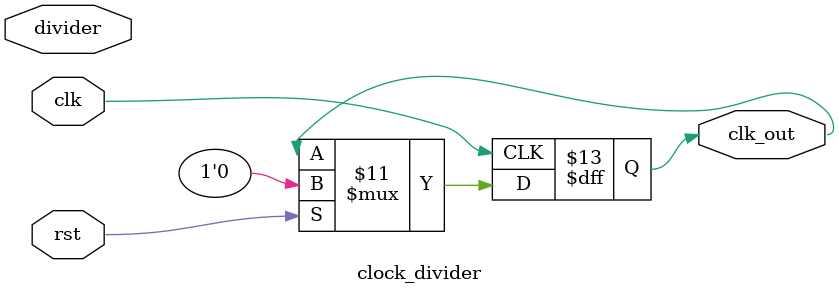
<source format=v>
module clock_divider (clk, rst, divider, clk_out);
    input clk;
    input rst;
    input [31:0] divider;
    output reg clk_out;

    reg [31:0] counter;

    always @ (posedge clk) if(rst) begin
        clk_out <= 0;
        counter <= 0;
    end else begin
        if(counter == 0) begin
            counter <= divider;
        end else begin
            counter <= counter - 1;
        end
    end
endmodule

</source>
